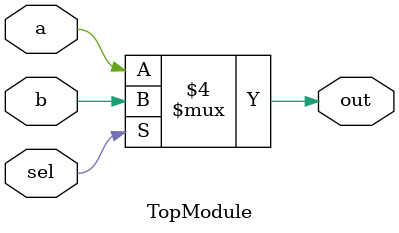
<source format=sv>

module TopModule (
    input a,
    input b,
    input sel,
    output reg out
);

always @(*) begin
    if (sel == 0)
        out = a;
    else
        out = b;
end

endmodule
</source>
